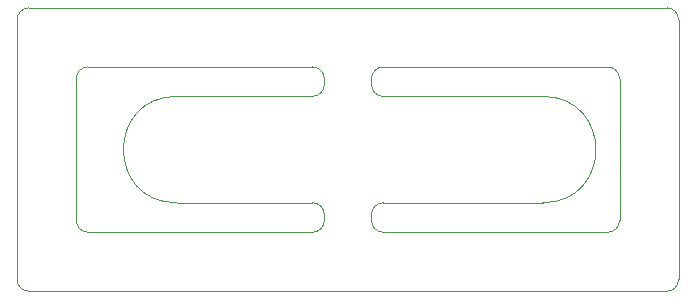
<source format=gbr>
%TF.GenerationSoftware,KiCad,Pcbnew,7.0.6-7.0.6~ubuntu23.04.1*%
%TF.CreationDate,2023-08-05T23:29:43-04:00*%
%TF.ProjectId,udb-s,7564622d-732e-46b6-9963-61645f706362,rev?*%
%TF.SameCoordinates,Original*%
%TF.FileFunction,Profile,NP*%
%FSLAX46Y46*%
G04 Gerber Fmt 4.6, Leading zero omitted, Abs format (unit mm)*
G04 Created by KiCad (PCBNEW 7.0.6-7.0.6~ubuntu23.04.1) date 2023-08-05 23:29:43*
%MOMM*%
%LPD*%
G01*
G04 APERTURE LIST*
%TA.AperFunction,Profile*%
%ADD10C,0.100000*%
%TD*%
%TA.AperFunction,Profile*%
%ADD11C,0.080000*%
%TD*%
G04 APERTURE END LIST*
D10*
X-7500003Y-6000003D02*
G75*
G03*
X-6500004Y-7000003I1000003J3D01*
G01*
X-12500000Y-11000000D02*
G75*
G03*
X-11500001Y-12000000I1000000J0D01*
G01*
X-6500004Y7000004D02*
G75*
G03*
X-7500004Y5999997I4J-1000004D01*
G01*
X-11500001Y12000001D02*
G75*
G03*
X-12500001Y11000000I1J-1000001D01*
G01*
X-12500001Y-11000000D02*
X-12500001Y11000000D01*
X42499999Y-11999999D02*
G75*
G03*
X43499999Y-11000000I1J999999D01*
G01*
X42499999Y-12000000D02*
X-11500001Y-12000000D01*
X43500000Y11000000D02*
G75*
G03*
X42499999Y12000000I-1000000J0D01*
G01*
X-11500001Y12000000D02*
X42499999Y12000000D01*
X43499999Y11000000D02*
X43499999Y-11000000D01*
X37499999Y-6999999D02*
G75*
G03*
X38499999Y-6000000I1J999999D01*
G01*
X38500000Y6000000D02*
G75*
G03*
X37499999Y7000000I-1000000J0D01*
G01*
X12499996Y6999997D02*
X-6500004Y6999997D01*
X-6500004Y-7000003D02*
X12500002Y-6999997D01*
X-7500004Y5999997D02*
X-7500004Y-6000003D01*
X37499999Y7000000D02*
X18499993Y6999994D01*
X38499999Y-6000000D02*
X38499999Y6000000D01*
X18499999Y-7000000D02*
X37499999Y-7000000D01*
X18499996Y-4500003D02*
X32000000Y-4500000D01*
X1000000Y-4500001D02*
X12499999Y-4500000D01*
X32000000Y4500000D02*
X18499996Y4499997D01*
X1000000Y4500001D02*
G75*
G03*
X1000000Y-4500001I0J-4500001D01*
G01*
X32000000Y-4500000D02*
G75*
G03*
X32000000Y4500000I0J4500000D01*
G01*
X12499999Y4500000D02*
X1000000Y4500001D01*
D11*
%TO.C,REF\u002A\u002A*%
X13499996Y-5499997D02*
G75*
G03*
X12499999Y-4500000I-999996J1D01*
G01*
X18499996Y-4500003D02*
G75*
G03*
X17499999Y-5500000I-1J-999996D01*
G01*
X12500002Y-6999997D02*
G75*
G03*
X13499999Y-6000000I1J999996D01*
G01*
X17500002Y-6000003D02*
G75*
G03*
X18499999Y-7000000I999996J-1D01*
G01*
X17499999Y-5500000D02*
X17499999Y-6000000D01*
X13499999Y-6000000D02*
X13499999Y-5500000D01*
X12499999Y4500000D02*
G75*
G03*
X13499996Y5499997I0J999997D01*
G01*
X13499993Y6000000D02*
G75*
G03*
X12499996Y6999997I-999997J0D01*
G01*
X17499999Y5499994D02*
G75*
G03*
X18499996Y4499997I999997J0D01*
G01*
X18499993Y6999994D02*
G75*
G03*
X17499996Y5999997I0J-999997D01*
G01*
X17499996Y5999997D02*
X17499996Y5499997D01*
X13499996Y5499997D02*
X13499996Y5999997D01*
%TD*%
M02*

</source>
